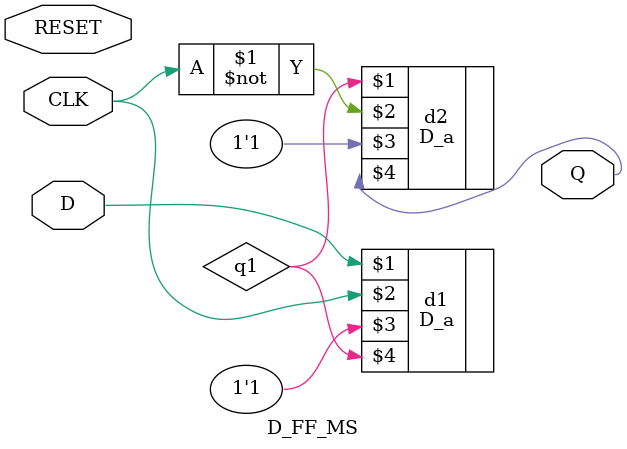
<source format=v>
`include "D_a.v"
module D_FF_MS(input D, input CLK, input RESET, output Q);
    wire q1;
    D_a d1(D,CLK,1'b1,q1);
    D_a d2(q1,~CLK,1'b1,Q);
endmodule

</source>
